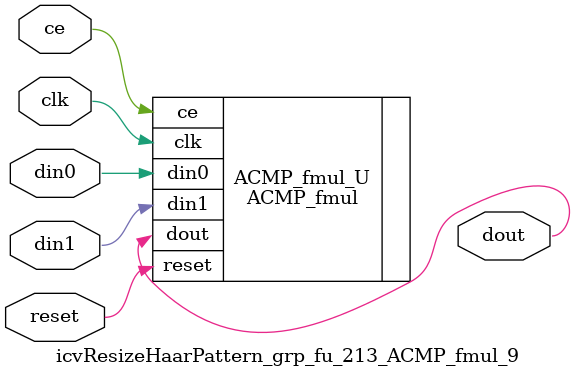
<source format=v>

`timescale 1 ns / 1 ps
module icvResizeHaarPattern_grp_fu_213_ACMP_fmul_9(
    clk,
    reset,
    ce,
    din0,
    din1,
    dout);

parameter ID = 32'd1;
parameter NUM_STAGE = 32'd1;
parameter din0_WIDTH = 32'd1;
parameter din1_WIDTH = 32'd1;
parameter dout_WIDTH = 32'd1;
input clk;
input reset;
input ce;
input[din0_WIDTH - 1:0] din0;
input[din1_WIDTH - 1:0] din1;
output[dout_WIDTH - 1:0] dout;



ACMP_fmul #(
.ID( ID ),
.NUM_STAGE( 4 ),
.din0_WIDTH( din0_WIDTH ),
.din1_WIDTH( din1_WIDTH ),
.dout_WIDTH( dout_WIDTH ))
ACMP_fmul_U(
    .clk( clk ),
    .reset( reset ),
    .ce( ce ),
    .din0( din0 ),
    .din1( din1 ),
    .dout( dout ));

endmodule

</source>
